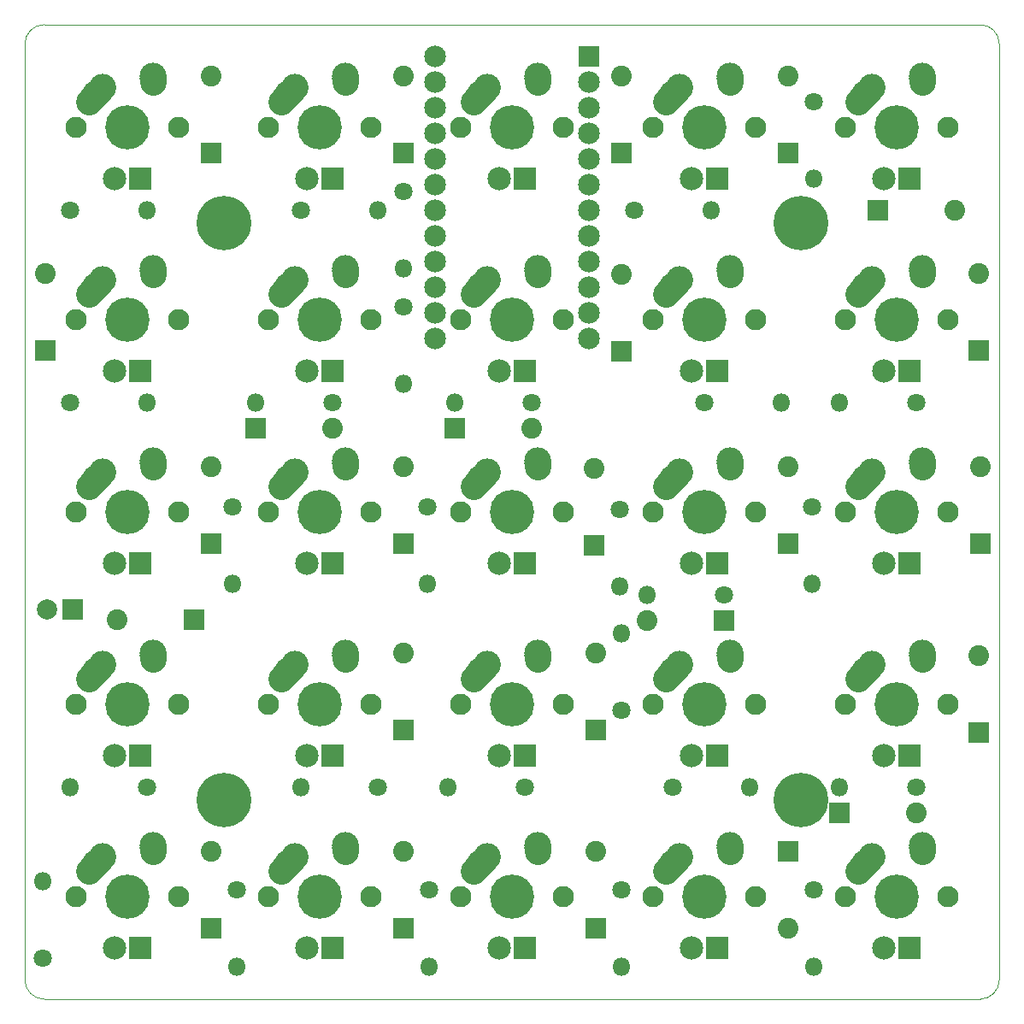
<source format=gbr>
%TF.GenerationSoftware,KiCad,Pcbnew,(5.0.0)*%
%TF.CreationDate,2018-08-25T01:11:55+03:00*%
%TF.ProjectId,Macropad,4D6163726F7061642E6B696361645F70,rev?*%
%TF.SameCoordinates,Original*%
%TF.FileFunction,Soldermask,Top*%
%TF.FilePolarity,Negative*%
%FSLAX46Y46*%
G04 Gerber Fmt 4.6, Leading zero omitted, Abs format (unit mm)*
G04 Created by KiCad (PCBNEW (5.0.0)) date 08/25/18 01:11:55*
%MOMM*%
%LPD*%
G01*
G04 APERTURE LIST*
%ADD10C,0.100000*%
%ADD11C,2.051000*%
%ADD12R,2.051000X2.051000*%
%ADD13C,2.650000*%
%ADD14C,2.650000*%
%ADD15C,4.387800*%
%ADD16C,2.305000*%
%ADD17R,2.305000X2.305000*%
%ADD18C,2.101800*%
%ADD19C,1.800000*%
%ADD20O,1.800000X1.800000*%
%ADD21R,2.152600X2.152600*%
%ADD22C,2.152600*%
%ADD23C,5.400000*%
%ADD24R,2.000000X2.000000*%
%ADD25C,2.000000*%
G04 APERTURE END LIST*
D10*
X17780000Y-112395000D02*
X17780000Y-19685000D01*
X112395000Y-114300000D02*
X19685000Y-114300000D01*
X114300000Y-19685000D02*
X114300000Y-112395000D01*
X19685000Y-17780000D02*
X112395000Y-17780000D01*
X114300000Y-19685000D02*
G75*
G03X112395000Y-17780000I-1905000J0D01*
G01*
X112395000Y-114300000D02*
G75*
G03X114300000Y-112395000I0J1905000D01*
G01*
X17780000Y-112395000D02*
G75*
G03X19685000Y-114300000I1905000J0D01*
G01*
X19685000Y-17780000D02*
G75*
G03X17780000Y-19685000I0J-1905000D01*
G01*
D11*
X36195000Y-22860000D03*
D12*
X36195000Y-30480000D03*
D11*
X55245000Y-22860000D03*
D12*
X55245000Y-30480000D03*
D11*
X76835000Y-22860000D03*
D12*
X76835000Y-30480000D03*
D11*
X93345000Y-22860000D03*
D12*
X93345000Y-30480000D03*
D11*
X109855000Y-36195000D03*
D12*
X102235000Y-36195000D03*
D11*
X19812000Y-42418000D03*
D12*
X19812000Y-50038000D03*
D11*
X48260000Y-57785000D03*
D12*
X40640000Y-57785000D03*
D11*
X67945000Y-57785000D03*
D12*
X60325000Y-57785000D03*
D11*
X76835000Y-42545000D03*
D12*
X76835000Y-50165000D03*
D11*
X112268000Y-42418000D03*
D12*
X112268000Y-50038000D03*
D11*
X36195000Y-61595000D03*
D12*
X36195000Y-69215000D03*
D11*
X55245000Y-61595000D03*
D12*
X55245000Y-69215000D03*
D11*
X74168000Y-61722000D03*
D12*
X74168000Y-69342000D03*
D11*
X93345000Y-61595000D03*
D12*
X93345000Y-69215000D03*
D11*
X112395000Y-61595000D03*
D12*
X112395000Y-69215000D03*
D11*
X26924000Y-76708000D03*
D12*
X34544000Y-76708000D03*
D11*
X55245000Y-80010000D03*
D12*
X55245000Y-87630000D03*
D11*
X74295000Y-80010000D03*
D12*
X74295000Y-87630000D03*
D11*
X79375000Y-76835000D03*
D12*
X86995000Y-76835000D03*
D11*
X112268000Y-80264000D03*
D12*
X112268000Y-87884000D03*
D11*
X36195000Y-99695000D03*
D12*
X36195000Y-107315000D03*
D11*
X55245000Y-99695000D03*
D12*
X55245000Y-107315000D03*
D11*
X74295000Y-99695000D03*
D12*
X74295000Y-107315000D03*
D11*
X93345000Y-107315000D03*
D12*
X93345000Y-99695000D03*
D11*
X106045000Y-95885000D03*
D12*
X98425000Y-95885000D03*
D13*
X30460000Y-23150000D03*
D14*
X30440000Y-23440000D02*
X30480000Y-22860000D01*
D13*
X30480000Y-22860000D03*
X24785000Y-24670000D03*
D14*
X24130000Y-25400000D02*
X25440000Y-23940000D01*
D15*
X27940000Y-27940000D03*
D13*
X25440000Y-23940000D03*
D16*
X26670000Y-33020000D03*
D17*
X29210000Y-33020000D03*
D18*
X22860000Y-27940000D03*
X33020000Y-27940000D03*
D13*
X49510000Y-23150000D03*
D14*
X49490000Y-23440000D02*
X49530000Y-22860000D01*
D13*
X49530000Y-22860000D03*
X43835000Y-24670000D03*
D14*
X43180000Y-25400000D02*
X44490000Y-23940000D01*
D15*
X46990000Y-27940000D03*
D13*
X44490000Y-23940000D03*
D16*
X45720000Y-33020000D03*
D17*
X48260000Y-33020000D03*
D18*
X41910000Y-27940000D03*
X52070000Y-27940000D03*
D13*
X68560000Y-23150000D03*
D14*
X68540000Y-23440000D02*
X68580000Y-22860000D01*
D13*
X68580000Y-22860000D03*
X62885000Y-24670000D03*
D14*
X62230000Y-25400000D02*
X63540000Y-23940000D01*
D15*
X66040000Y-27940000D03*
D13*
X63540000Y-23940000D03*
D16*
X64770000Y-33020000D03*
D17*
X67310000Y-33020000D03*
D18*
X60960000Y-27940000D03*
X71120000Y-27940000D03*
D13*
X87610000Y-23150000D03*
D14*
X87590000Y-23440000D02*
X87630000Y-22860000D01*
D13*
X87630000Y-22860000D03*
X81935000Y-24670000D03*
D14*
X81280000Y-25400000D02*
X82590000Y-23940000D01*
D15*
X85090000Y-27940000D03*
D13*
X82590000Y-23940000D03*
D16*
X83820000Y-33020000D03*
D17*
X86360000Y-33020000D03*
D18*
X80010000Y-27940000D03*
X90170000Y-27940000D03*
D13*
X106660000Y-23150000D03*
D14*
X106640000Y-23440000D02*
X106680000Y-22860000D01*
D13*
X106680000Y-22860000D03*
X100985000Y-24670000D03*
D14*
X100330000Y-25400000D02*
X101640000Y-23940000D01*
D15*
X104140000Y-27940000D03*
D13*
X101640000Y-23940000D03*
D16*
X102870000Y-33020000D03*
D17*
X105410000Y-33020000D03*
D18*
X99060000Y-27940000D03*
X109220000Y-27940000D03*
D13*
X30460000Y-42200000D03*
D14*
X30440000Y-42490000D02*
X30480000Y-41910000D01*
D13*
X30480000Y-41910000D03*
X24785000Y-43720000D03*
D14*
X24130000Y-44450000D02*
X25440000Y-42990000D01*
D15*
X27940000Y-46990000D03*
D13*
X25440000Y-42990000D03*
D16*
X26670000Y-52070000D03*
D17*
X29210000Y-52070000D03*
D18*
X22860000Y-46990000D03*
X33020000Y-46990000D03*
D13*
X49510000Y-42200000D03*
D14*
X49490000Y-42490000D02*
X49530000Y-41910000D01*
D13*
X49530000Y-41910000D03*
X43835000Y-43720000D03*
D14*
X43180000Y-44450000D02*
X44490000Y-42990000D01*
D15*
X46990000Y-46990000D03*
D13*
X44490000Y-42990000D03*
D16*
X45720000Y-52070000D03*
D17*
X48260000Y-52070000D03*
D18*
X41910000Y-46990000D03*
X52070000Y-46990000D03*
D13*
X68560000Y-42200000D03*
D14*
X68540000Y-42490000D02*
X68580000Y-41910000D01*
D13*
X68580000Y-41910000D03*
X62885000Y-43720000D03*
D14*
X62230000Y-44450000D02*
X63540000Y-42990000D01*
D15*
X66040000Y-46990000D03*
D13*
X63540000Y-42990000D03*
D16*
X64770000Y-52070000D03*
D17*
X67310000Y-52070000D03*
D18*
X60960000Y-46990000D03*
X71120000Y-46990000D03*
D13*
X87610000Y-42200000D03*
D14*
X87590000Y-42490000D02*
X87630000Y-41910000D01*
D13*
X87630000Y-41910000D03*
X81935000Y-43720000D03*
D14*
X81280000Y-44450000D02*
X82590000Y-42990000D01*
D15*
X85090000Y-46990000D03*
D13*
X82590000Y-42990000D03*
D16*
X83820000Y-52070000D03*
D17*
X86360000Y-52070000D03*
D18*
X80010000Y-46990000D03*
X90170000Y-46990000D03*
D13*
X106660000Y-42200000D03*
D14*
X106640000Y-42490000D02*
X106680000Y-41910000D01*
D13*
X106680000Y-41910000D03*
X100985000Y-43720000D03*
D14*
X100330000Y-44450000D02*
X101640000Y-42990000D01*
D15*
X104140000Y-46990000D03*
D13*
X101640000Y-42990000D03*
D16*
X102870000Y-52070000D03*
D17*
X105410000Y-52070000D03*
D18*
X99060000Y-46990000D03*
X109220000Y-46990000D03*
D13*
X30460000Y-61250000D03*
D14*
X30440000Y-61540000D02*
X30480000Y-60960000D01*
D13*
X30480000Y-60960000D03*
X24785000Y-62770000D03*
D14*
X24130000Y-63500000D02*
X25440000Y-62040000D01*
D15*
X27940000Y-66040000D03*
D13*
X25440000Y-62040000D03*
D16*
X26670000Y-71120000D03*
D17*
X29210000Y-71120000D03*
D18*
X22860000Y-66040000D03*
X33020000Y-66040000D03*
D13*
X49510000Y-61250000D03*
D14*
X49490000Y-61540000D02*
X49530000Y-60960000D01*
D13*
X49530000Y-60960000D03*
X43835000Y-62770000D03*
D14*
X43180000Y-63500000D02*
X44490000Y-62040000D01*
D15*
X46990000Y-66040000D03*
D13*
X44490000Y-62040000D03*
D16*
X45720000Y-71120000D03*
D17*
X48260000Y-71120000D03*
D18*
X41910000Y-66040000D03*
X52070000Y-66040000D03*
D13*
X68560000Y-61250000D03*
D14*
X68540000Y-61540000D02*
X68580000Y-60960000D01*
D13*
X68580000Y-60960000D03*
X62885000Y-62770000D03*
D14*
X62230000Y-63500000D02*
X63540000Y-62040000D01*
D15*
X66040000Y-66040000D03*
D13*
X63540000Y-62040000D03*
D16*
X64770000Y-71120000D03*
D17*
X67310000Y-71120000D03*
D18*
X60960000Y-66040000D03*
X71120000Y-66040000D03*
D13*
X87610000Y-61250000D03*
D14*
X87590000Y-61540000D02*
X87630000Y-60960000D01*
D13*
X87630000Y-60960000D03*
X81935000Y-62770000D03*
D14*
X81280000Y-63500000D02*
X82590000Y-62040000D01*
D15*
X85090000Y-66040000D03*
D13*
X82590000Y-62040000D03*
D16*
X83820000Y-71120000D03*
D17*
X86360000Y-71120000D03*
D18*
X80010000Y-66040000D03*
X90170000Y-66040000D03*
D13*
X106660000Y-61250000D03*
D14*
X106640000Y-61540000D02*
X106680000Y-60960000D01*
D13*
X106680000Y-60960000D03*
X100985000Y-62770000D03*
D14*
X100330000Y-63500000D02*
X101640000Y-62040000D01*
D15*
X104140000Y-66040000D03*
D13*
X101640000Y-62040000D03*
D16*
X102870000Y-71120000D03*
D17*
X105410000Y-71120000D03*
D18*
X99060000Y-66040000D03*
X109220000Y-66040000D03*
D13*
X30460000Y-80300000D03*
D14*
X30440000Y-80590000D02*
X30480000Y-80010000D01*
D13*
X30480000Y-80010000D03*
X24785000Y-81820000D03*
D14*
X24130000Y-82550000D02*
X25440000Y-81090000D01*
D15*
X27940000Y-85090000D03*
D13*
X25440000Y-81090000D03*
D16*
X26670000Y-90170000D03*
D17*
X29210000Y-90170000D03*
D18*
X22860000Y-85090000D03*
X33020000Y-85090000D03*
D13*
X49510000Y-80300000D03*
D14*
X49490000Y-80590000D02*
X49530000Y-80010000D01*
D13*
X49530000Y-80010000D03*
X43835000Y-81820000D03*
D14*
X43180000Y-82550000D02*
X44490000Y-81090000D01*
D15*
X46990000Y-85090000D03*
D13*
X44490000Y-81090000D03*
D16*
X45720000Y-90170000D03*
D17*
X48260000Y-90170000D03*
D18*
X41910000Y-85090000D03*
X52070000Y-85090000D03*
D13*
X68560000Y-80300000D03*
D14*
X68540000Y-80590000D02*
X68580000Y-80010000D01*
D13*
X68580000Y-80010000D03*
X62885000Y-81820000D03*
D14*
X62230000Y-82550000D02*
X63540000Y-81090000D01*
D15*
X66040000Y-85090000D03*
D13*
X63540000Y-81090000D03*
D16*
X64770000Y-90170000D03*
D17*
X67310000Y-90170000D03*
D18*
X60960000Y-85090000D03*
X71120000Y-85090000D03*
D13*
X87610000Y-80300000D03*
D14*
X87590000Y-80590000D02*
X87630000Y-80010000D01*
D13*
X87630000Y-80010000D03*
X81935000Y-81820000D03*
D14*
X81280000Y-82550000D02*
X82590000Y-81090000D01*
D15*
X85090000Y-85090000D03*
D13*
X82590000Y-81090000D03*
D16*
X83820000Y-90170000D03*
D17*
X86360000Y-90170000D03*
D18*
X80010000Y-85090000D03*
X90170000Y-85090000D03*
D13*
X106660000Y-80300000D03*
D14*
X106640000Y-80590000D02*
X106680000Y-80010000D01*
D13*
X106680000Y-80010000D03*
X100985000Y-81820000D03*
D14*
X100330000Y-82550000D02*
X101640000Y-81090000D01*
D15*
X104140000Y-85090000D03*
D13*
X101640000Y-81090000D03*
D16*
X102870000Y-90170000D03*
D17*
X105410000Y-90170000D03*
D18*
X99060000Y-85090000D03*
X109220000Y-85090000D03*
D13*
X30460000Y-99350000D03*
D14*
X30440000Y-99640000D02*
X30480000Y-99060000D01*
D13*
X30480000Y-99060000D03*
X24785000Y-100870000D03*
D14*
X24130000Y-101600000D02*
X25440000Y-100140000D01*
D15*
X27940000Y-104140000D03*
D13*
X25440000Y-100140000D03*
D16*
X26670000Y-109220000D03*
D17*
X29210000Y-109220000D03*
D18*
X22860000Y-104140000D03*
X33020000Y-104140000D03*
D13*
X49510000Y-99350000D03*
D14*
X49490000Y-99640000D02*
X49530000Y-99060000D01*
D13*
X49530000Y-99060000D03*
X43835000Y-100870000D03*
D14*
X43180000Y-101600000D02*
X44490000Y-100140000D01*
D15*
X46990000Y-104140000D03*
D13*
X44490000Y-100140000D03*
D16*
X45720000Y-109220000D03*
D17*
X48260000Y-109220000D03*
D18*
X41910000Y-104140000D03*
X52070000Y-104140000D03*
D13*
X68560000Y-99350000D03*
D14*
X68540000Y-99640000D02*
X68580000Y-99060000D01*
D13*
X68580000Y-99060000D03*
X62885000Y-100870000D03*
D14*
X62230000Y-101600000D02*
X63540000Y-100140000D01*
D15*
X66040000Y-104140000D03*
D13*
X63540000Y-100140000D03*
D16*
X64770000Y-109220000D03*
D17*
X67310000Y-109220000D03*
D18*
X60960000Y-104140000D03*
X71120000Y-104140000D03*
D13*
X87610000Y-99350000D03*
D14*
X87590000Y-99640000D02*
X87630000Y-99060000D01*
D13*
X87630000Y-99060000D03*
X81935000Y-100870000D03*
D14*
X81280000Y-101600000D02*
X82590000Y-100140000D01*
D15*
X85090000Y-104140000D03*
D13*
X82590000Y-100140000D03*
D16*
X83820000Y-109220000D03*
D17*
X86360000Y-109220000D03*
D18*
X80010000Y-104140000D03*
X90170000Y-104140000D03*
D13*
X106660000Y-99350000D03*
D14*
X106640000Y-99640000D02*
X106680000Y-99060000D01*
D13*
X106680000Y-99060000D03*
X100985000Y-100870000D03*
D14*
X100330000Y-101600000D02*
X101640000Y-100140000D01*
D15*
X104140000Y-104140000D03*
D13*
X101640000Y-100140000D03*
D16*
X102870000Y-109220000D03*
D17*
X105410000Y-109220000D03*
D18*
X99060000Y-104140000D03*
X109220000Y-104140000D03*
D19*
X76835000Y-85725000D03*
D20*
X76835000Y-78105000D03*
D19*
X22225000Y-36195000D03*
D20*
X29845000Y-36195000D03*
D19*
X45085000Y-36195000D03*
D20*
X52705000Y-36195000D03*
D19*
X55245000Y-34290000D03*
D20*
X55245000Y-41910000D03*
D19*
X78105000Y-36195000D03*
D20*
X85725000Y-36195000D03*
D19*
X95885000Y-25400000D03*
D20*
X95885000Y-33020000D03*
D19*
X22225000Y-55245000D03*
D20*
X29845000Y-55245000D03*
D19*
X48260000Y-55245000D03*
D20*
X40640000Y-55245000D03*
D19*
X67945000Y-55245000D03*
D20*
X60325000Y-55245000D03*
D19*
X85090000Y-55245000D03*
D20*
X92710000Y-55245000D03*
D19*
X106045000Y-55245000D03*
D20*
X98425000Y-55245000D03*
D19*
X38354000Y-65532000D03*
D20*
X38354000Y-73152000D03*
D19*
X57658000Y-65532000D03*
D20*
X57658000Y-73152000D03*
D19*
X76708000Y-65786000D03*
D20*
X76708000Y-73406000D03*
D19*
X86995000Y-74295000D03*
D20*
X79375000Y-74295000D03*
D19*
X95758000Y-65532000D03*
D20*
X95758000Y-73152000D03*
D19*
X29845000Y-93345000D03*
D20*
X22225000Y-93345000D03*
D19*
X52705000Y-93345000D03*
D20*
X45085000Y-93345000D03*
D19*
X67310000Y-93345000D03*
D20*
X59690000Y-93345000D03*
D19*
X81915000Y-93345000D03*
D20*
X89535000Y-93345000D03*
D19*
X106045000Y-93345000D03*
D20*
X98425000Y-93345000D03*
D19*
X19558000Y-110236000D03*
D20*
X19558000Y-102616000D03*
D19*
X38735000Y-103505000D03*
D20*
X38735000Y-111125000D03*
D19*
X57785000Y-103505000D03*
D20*
X57785000Y-111125000D03*
D19*
X76835000Y-103505000D03*
D20*
X76835000Y-111125000D03*
D19*
X95885000Y-103505000D03*
D20*
X95885000Y-111125000D03*
D19*
X55245000Y-45720000D03*
D20*
X55245000Y-53340000D03*
D21*
X73660000Y-20955000D03*
D22*
X73660000Y-23495000D03*
X73660000Y-26035000D03*
X73660000Y-28575000D03*
X73660000Y-31115000D03*
X73660000Y-33655000D03*
X73660000Y-36195000D03*
X73660000Y-38735000D03*
X73660000Y-41275000D03*
X73660000Y-43815000D03*
X73660000Y-46355000D03*
X73660000Y-48895000D03*
X58420000Y-48895000D03*
X58420000Y-46355000D03*
X58420000Y-43815000D03*
X58420000Y-41275000D03*
X58420000Y-38735000D03*
X58420000Y-36195000D03*
X58420000Y-33655000D03*
X58420000Y-31115000D03*
X58420000Y-28575000D03*
X58420000Y-26035000D03*
X58420000Y-23495000D03*
X58420000Y-20955000D03*
D23*
X94615000Y-37465000D03*
X94615000Y-94615000D03*
X37465000Y-94615000D03*
X37465000Y-37465000D03*
D24*
X22475000Y-75665000D03*
D25*
X19975000Y-75665000D03*
M02*

</source>
